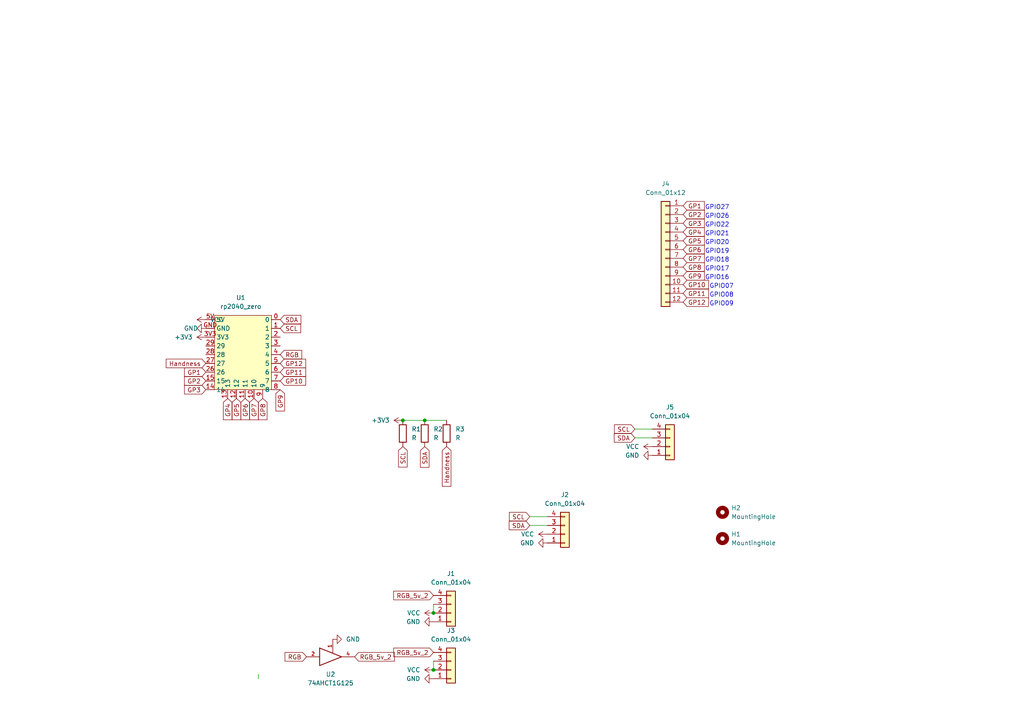
<source format=kicad_sch>
(kicad_sch (version 20211123) (generator eeschema)
  (paper "A4")
  (lib_symbols
    (symbol "74xGxx:74AHCT1G126" (pin_names (offset 1.016))
      (property "Reference" "U" (at -2.54 3.81 0))
      (property "Value" "74AHCT1G126" (at 0 -3.81 0))
      (symbol "74AHCT1G126_0_1"
        (polyline (pts (xy -3.81 2.54) (xy -3.81 -2.54) (xy 2.54 0) (xy -3.81 2.54)) (stroke (width 0.254)))
      )
      (symbol "74AHCT1G126_1_1"
        (pin input line (at 0 5.08 270) (length 3.937) (name "~") (number "1"))
        (pin input line (at -7.62 0 0) (length 3.81) (name "~") (number "2"))
        (pin power_in line (at 1.27 -1.27 270) (length 0) hide (name "GND") (number "3"))
        (pin tri_state line (at 6.35 0 180) (length 3.81) (name "~") (number "4"))
        (pin power_in line (at 1.27 1.27 90) (length 0) hide (name "VCC") (number "5"))
      )
    )
    (symbol "Connector_Generic:Conn_01x04" (pin_names (offset 1.016) hide)
      (property "Reference" "J" (at 0 5.08 0))
      (property "Value" "Conn_01x04" (at 0 -7.62 0))
      (symbol "Conn_01x04_1_1"
        (rectangle (start -1.27 -4.953) (end 0 -5.207) (stroke (width 0.1524)))
        (rectangle (start -1.27 -2.413) (end 0 -2.667) (stroke (width 0.1524)))
        (rectangle (start -1.27 0.127) (end 0 -0.127) (stroke (width 0.1524)))
        (rectangle (start -1.27 2.667) (end 0 2.413) (stroke (width 0.1524)))
        (rectangle (start -1.27 3.81) (end 1.27 -6.35) (stroke (width 0.254)) (fill (type background)))
        (pin passive line (at -5.08 2.54 0) (length 3.81) (name "Pin_1") (number "1"))
        (pin passive line (at -5.08 0 0) (length 3.81) (name "Pin_2") (number "2"))
        (pin passive line (at -5.08 -2.54 0) (length 3.81) (name "Pin_3") (number "3"))
        (pin passive line (at -5.08 -5.08 0) (length 3.81) (name "Pin_4") (number "4"))
      )
    )
    (symbol "Connector_Generic:Conn_01x12" (pin_names (offset 1.016) hide)
      (property "Reference" "J" (at 0 15.24 0))
      (property "Value" "Conn_01x12" (at 0 -17.78 0))
      (symbol "Conn_01x12_1_1"
        (rectangle (start -1.27 -15.113) (end 0 -15.367) (stroke (width 0.1524)))
        (rectangle (start -1.27 -12.573) (end 0 -12.827) (stroke (width 0.1524)))
        (rectangle (start -1.27 -10.033) (end 0 -10.287) (stroke (width 0.1524)))
        (rectangle (start -1.27 -7.493) (end 0 -7.747) (stroke (width 0.1524)))
        (rectangle (start -1.27 -4.953) (end 0 -5.207) (stroke (width 0.1524)))
        (rectangle (start -1.27 -2.413) (end 0 -2.667) (stroke (width 0.1524)))
        (rectangle (start -1.27 0.127) (end 0 -0.127) (stroke (width 0.1524)))
        (rectangle (start -1.27 2.667) (end 0 2.413) (stroke (width 0.1524)))
        (rectangle (start -1.27 5.207) (end 0 4.953) (stroke (width 0.1524)))
        (rectangle (start -1.27 7.747) (end 0 7.493) (stroke (width 0.1524)))
        (rectangle (start -1.27 10.287) (end 0 10.033) (stroke (width 0.1524)))
        (rectangle (start -1.27 12.827) (end 0 12.573) (stroke (width 0.1524)))
        (rectangle (start -1.27 13.97) (end 1.27 -16.51) (stroke (width 0.254)) (fill (type background)))
        (pin passive line (at -5.08 12.7 0) (length 3.81) (name "Pin_1") (number "1"))
        (pin passive line (at -5.08 -10.16 0) (length 3.81) (name "Pin_10") (number "10"))
        (pin passive line (at -5.08 -12.7 0) (length 3.81) (name "Pin_11") (number "11"))
        (pin passive line (at -5.08 -15.24 0) (length 3.81) (name "Pin_12") (number "12"))
        (pin passive line (at -5.08 10.16 0) (length 3.81) (name "Pin_2") (number "2"))
        (pin passive line (at -5.08 7.62 0) (length 3.81) (name "Pin_3") (number "3"))
        (pin passive line (at -5.08 5.08 0) (length 3.81) (name "Pin_4") (number "4"))
        (pin passive line (at -5.08 2.54 0) (length 3.81) (name "Pin_5") (number "5"))
        (pin passive line (at -5.08 0 0) (length 3.81) (name "Pin_6") (number "6"))
        (pin passive line (at -5.08 -2.54 0) (length 3.81) (name "Pin_7") (number "7"))
        (pin passive line (at -5.08 -5.08 0) (length 3.81) (name "Pin_8") (number "8"))
        (pin passive line (at -5.08 -7.62 0) (length 3.81) (name "Pin_9") (number "9"))
      )
    )
    (symbol "Device:R" (pin_numbers hide) (pin_names (offset 0))
      (property "Reference" "R" (at 2.032 0 90))
      (property "Value" "R" (at 0 0 90))
      (symbol "R_0_1"
        (rectangle (start -1.016 -2.54) (end 1.016 2.54) (stroke (width 0.254)))
      )
      (symbol "R_1_1"
        (pin passive line (at 0 3.81 270) (length 1.27) (name "~") (number "1"))
        (pin passive line (at 0 -3.81 90) (length 1.27) (name "~") (number "2"))
      )
    )
    (symbol "Mechanical:MountingHole" (pin_names (offset 1.016))
      (property "Reference" "H" (at 0 5.08 0))
      (property "Value" "MountingHole" (at 0 3.175 0))
      (symbol "MountingHole_0_1"
        (circle (center 0 0) (radius 1.27) (stroke (width 1.27)))
      )
    )
    (symbol "power:+3.3V" (power) (pin_names (offset 0))
      (property "Value" "+3.3V" (at 0 3.556 0))
      (symbol "+3.3V_0_1"
        (polyline (pts (xy -0.762 1.27) (xy 0 2.54)))
        (polyline (pts (xy 0 0) (xy 0 2.54)))
        (polyline (pts (xy 0 2.54) (xy 0.762 1.27)))
      )
      (symbol "+3.3V_1_1"
        (pin power_in line (at 0 0 90) (length 0) hide (name "+3V3") (number "1"))
      )
    )
    (symbol "power:GND" (power) (pin_names (offset 0))
      (property "Value" "GND" (at 0 -3.81 0))
      (symbol "GND_0_1"
        (polyline (pts (xy 0 0) (xy 0 -1.27) (xy 1.27 -1.27) (xy 0 -2.54) (xy -1.27 -1.27) (xy 0 -1.27)))
      )
      (symbol "GND_1_1"
        (pin power_in line (at 0 0 270) (length 0) hide (name "GND") (number "1"))
      )
    )
    (symbol "power:VCC" (power) (pin_names (offset 0))
      (property "Value" "VCC" (at 0 3.81 0))
      (symbol "VCC_0_1"
        (polyline (pts (xy -0.762 1.27) (xy 0 2.54)))
        (polyline (pts (xy 0 0) (xy 0 2.54)))
        (polyline (pts (xy 0 2.54) (xy 0.762 1.27)))
      )
      (symbol "VCC_1_1"
        (pin power_in line (at 0 0 90) (length 0) hide (name "VCC") (number "1"))
      )
    )
    (symbol "rp2040-zero:rp2040_zero"
      (property "Reference" "U" (at 5.08 0 0))
      (property "Value" "rp2040_zero" (at -6.35 2.54 0))
      (symbol "rp2040_zero_0_0"
        (pin unspecified line (at 5.08 0 180) (length 2.54) (name "0") (number "0"))
        (pin unspecified line (at 5.08 -2.54 180) (length 2.54) (name "1") (number "1"))
        (pin bidirectional line (at -2.54 -22.86 90) (length 2.54) (name "10") (number "10"))
        (pin bidirectional line (at -5.08 -22.86 90) (length 2.54) (name "11") (number "11"))
        (pin bidirectional line (at -7.62 -22.86 90) (length 2.54) (name "12") (number "12"))
        (pin bidirectional line (at -10.16 -22.86 90) (length 2.54) (name "13") (number "13"))
        (pin bidirectional line (at -16.51 -20.32 0) (length 2.54) (name "14") (number "14"))
        (pin bidirectional line (at -16.51 -17.78 0) (length 2.54) (name "15") (number "15"))
        (pin unspecified line (at 5.08 -5.08 180) (length 2.54) (name "2") (number "2"))
        (pin bidirectional line (at -16.51 -15.24 0) (length 2.54) (name "26") (number "26"))
        (pin bidirectional line (at -16.51 -12.7 0) (length 2.54) (name "27") (number "27"))
        (pin bidirectional line (at -16.51 -10.16 0) (length 2.54) (name "28") (number "28"))
        (pin bidirectional line (at -16.51 -7.62 0) (length 2.54) (name "29") (number "29"))
        (pin unspecified line (at 5.08 -7.62 180) (length 2.54) (name "3") (number "3"))
        (pin bidirectional line (at -16.51 -5.08 0) (length 2.54) (name "3V3") (number "3V3"))
        (pin unspecified line (at 5.08 -10.16 180) (length 2.54) (name "4") (number "4"))
        (pin unspecified line (at 5.08 -12.7 180) (length 2.54) (name "5") (number "5"))
        (pin bidirectional line (at -16.51 0 0) (length 2.54) (name "5V") (number "5V"))
        (pin unspecified line (at 5.08 -15.24 180) (length 2.54) (name "6") (number "6"))
        (pin unspecified line (at 5.08 -17.78 180) (length 2.54) (name "7") (number "7"))
        (pin unspecified line (at 5.08 -20.32 180) (length 2.54) (name "8") (number "8"))
        (pin bidirectional line (at 0 -22.86 90) (length 2.54) (name "9") (number "9"))
        (pin bidirectional line (at -16.51 -2.54 0) (length 2.54) (name "GND") (number "GND"))
      )
      (symbol "rp2040_zero_0_1"
        (rectangle (start -13.97 1.27) (end 2.54 -20.32) (fill (type background)))
      )
    )
  )
  (junction (at 116.84 121.92))
  (junction (at 123.19 121.92))
  (junction (at 125.73 177.8))
  (junction (at 125.73 194.31))
  (wire (pts (xy 74.93 196.85) (xy 74.93 195.58)))
  (wire (pts (xy 184.15 124.46) (xy 189.23 124.46)))
  (wire (pts (xy 125.73 175.26) (xy 125.73 177.8)))
  (wire (pts (xy 125.73 191.77) (xy 125.73 194.31)))
  (wire (pts (xy 153.67 149.86) (xy 158.75 149.86)))
  (wire (pts (xy 184.15 127) (xy 189.23 127)))
  (wire (pts (xy 116.84 121.92) (xy 123.19 121.92)))
  (wire (pts (xy 123.19 121.92) (xy 129.54 121.92)))
  (wire (pts (xy 153.67 152.4) (xy 158.75 152.4)))
  (text "GPIO27" (at 204.47 60.96 0) (effects (font (size 1.27 1.27)) (justify left bottom)))
  (text "GPIO08" (at 205.74 86.36 0) (effects (font (size 1.27 1.27)) (justify left bottom)))
  (text "GPIO22" (at 204.47 66.04 0) (effects (font (size 1.27 1.27)) (justify left bottom)))
  (text "GPIO18" (at 204.47 76.2 0) (effects (font (size 1.27 1.27)) (justify left bottom)))
  (text "GPIO21" (at 204.47 68.58 0) (effects (font (size 1.27 1.27)) (justify left bottom)))
  (text "GPIO20" (at 204.47 71.12 0) (effects (font (size 1.27 1.27)) (justify left bottom)))
  (text "GPIO17" (at 204.47 78.74 0) (effects (font (size 1.27 1.27)) (justify left bottom)))
  (text "GPIO16" (at 204.47 81.28 0) (effects (font (size 1.27 1.27)) (justify left bottom)))
  (text "GPIO26\n" (at 204.47 63.5 0) (effects (font (size 1.27 1.27)) (justify left bottom)))
  (text "GPIO19" (at 204.47 73.66 0) (effects (font (size 1.27 1.27)) (justify left bottom)))
  (text "GPIO07" (at 205.74 83.82 0) (effects (font (size 1.27 1.27)) (justify left bottom)))
  (text "GPIO09" (at 205.74 88.9 0) (effects (font (size 1.27 1.27)) (justify left bottom)))
  (global_label "RGB_5v_2" (shape input) (at 102.87 190.5 0) (property "Intersheet References" "${INTERSHEET_REFS}" (effects hide)))
  (global_label "SDA" (shape input) (at 81.28 92.71 0) (property "Intersheet References" "${INTERSHEET_REFS}" (effects hide)))
  (global_label "GP4" (shape input) (at 198.12 67.31 0) (property "Intersheet References" "${INTERSHEET_REFS}" (effects hide)))
  (global_label "GP10" (shape input) (at 81.28 110.49 0) (property "Intersheet References" "${INTERSHEET_REFS}" (effects hide)))
  (global_label "GP6" (shape input) (at 198.12 72.39 0) (property "Intersheet References" "${INTERSHEET_REFS}" (effects hide)))
  (global_label "GP4" (shape input) (at 66.04 115.57 270) (property "Intersheet References" "${INTERSHEET_REFS}" (effects hide)))
  (global_label "SDA" (shape input) (at 153.67 152.4 180) (property "Intersheet References" "${INTERSHEET_REFS}" (effects hide)))
  (global_label "GP9" (shape input) (at 81.28 113.03 270) (property "Intersheet References" "${INTERSHEET_REFS}" (effects hide)))
  (global_label "Handness" (shape input) (at 129.54 129.54 270) (property "Intersheet References" "${INTERSHEET_REFS}" (effects hide)))
  (global_label "RGB" (shape input) (at 81.28 102.87 0) (property "Intersheet References" "${INTERSHEET_REFS}" (effects hide)))
  (global_label "GP11" (shape input) (at 81.28 107.95 0) (property "Intersheet References" "${INTERSHEET_REFS}" (effects hide)))
  (global_label "GP11" (shape input) (at 198.12 85.09 0) (property "Intersheet References" "${INTERSHEET_REFS}" (effects hide)))
  (global_label "SDA" (shape input) (at 184.15 127 180) (property "Intersheet References" "${INTERSHEET_REFS}" (effects hide)))
  (global_label "RGB_5v_2" (shape input) (at 125.73 189.23 180) (property "Intersheet References" "${INTERSHEET_REFS}" (effects hide)))
  (global_label "GP3" (shape input) (at 198.12 64.77 0) (property "Intersheet References" "${INTERSHEET_REFS}" (effects hide)))
  (global_label "SCL" (shape input) (at 153.67 149.86 180) (property "Intersheet References" "${INTERSHEET_REFS}" (effects hide)))
  (global_label "GP12" (shape input) (at 81.28 105.41 0) (property "Intersheet References" "${INTERSHEET_REFS}" (effects hide)))
  (global_label "RGB_5v_2" (shape input) (at 125.73 172.72 180) (property "Intersheet References" "${INTERSHEET_REFS}" (effects hide)))
  (global_label "SDA" (shape input) (at 123.19 129.54 270) (property "Intersheet References" "${INTERSHEET_REFS}" (effects hide)))
  (global_label "GP1" (shape input) (at 198.12 59.69 0) (property "Intersheet References" "${INTERSHEET_REFS}" (effects hide)))
  (global_label "GP5" (shape input) (at 68.58 115.57 270) (property "Intersheet References" "${INTERSHEET_REFS}" (effects hide)))
  (global_label "GP12" (shape input) (at 198.12 87.63 0) (property "Intersheet References" "${INTERSHEET_REFS}" (effects hide)))
  (global_label "GP3" (shape input) (at 59.69 113.03 180) (property "Intersheet References" "${INTERSHEET_REFS}" (effects hide)))
  (global_label "Handness" (shape input) (at 59.69 105.41 180) (property "Intersheet References" "${INTERSHEET_REFS}" (effects hide)))
  (global_label "GP7" (shape input) (at 198.12 74.93 0) (property "Intersheet References" "${INTERSHEET_REFS}" (effects hide)))
  (global_label "GP8" (shape input) (at 76.2 115.57 270) (property "Intersheet References" "${INTERSHEET_REFS}" (effects hide)))
  (global_label "GP9" (shape input) (at 198.12 80.01 0) (property "Intersheet References" "${INTERSHEET_REFS}" (effects hide)))
  (global_label "RGB" (shape input) (at 88.9 190.5 180) (property "Intersheet References" "${INTERSHEET_REFS}" (effects hide)))
  (global_label "GP2" (shape input) (at 59.69 110.49 180) (property "Intersheet References" "${INTERSHEET_REFS}" (effects hide)))
  (global_label "GP8" (shape input) (at 198.12 77.47 0) (property "Intersheet References" "${INTERSHEET_REFS}" (effects hide)))
  (global_label "GP10" (shape input) (at 198.12 82.55 0) (property "Intersheet References" "${INTERSHEET_REFS}" (effects hide)))
  (global_label "SCL" (shape input) (at 81.28 95.25 0) (property "Intersheet References" "${INTERSHEET_REFS}" (effects hide)))
  (global_label "SCL" (shape input) (at 116.84 129.54 270) (property "Intersheet References" "${INTERSHEET_REFS}" (effects hide)))
  (global_label "GP2" (shape input) (at 198.12 62.23 0) (property "Intersheet References" "${INTERSHEET_REFS}" (effects hide)))
  (global_label "GP5" (shape input) (at 198.12 69.85 0) (property "Intersheet References" "${INTERSHEET_REFS}" (effects hide)))
  (global_label "SCL" (shape input) (at 184.15 124.46 180) (property "Intersheet References" "${INTERSHEET_REFS}" (effects hide)))
  (global_label "GP6" (shape input) (at 71.12 115.57 270) (property "Intersheet References" "${INTERSHEET_REFS}" (effects hide)))
  (global_label "GP7" (shape input) (at 73.66 115.57 270) (property "Intersheet References" "${INTERSHEET_REFS}" (effects hide)))
  (global_label "GP1" (shape input) (at 59.69 107.95 180) (property "Intersheet References" "${INTERSHEET_REFS}" (effects hide)))
  (symbol (lib_id "rp2040-zero:rp2040_zero") (at 76.2 92.71 0) (unit 1)
    (property "Reference" "U1" (at 69.85 86.36 0))
    (property "Value" "rp2040_zero" (at 69.85 88.9 0))
    (property "Footprint" "ergodash_controller:RPi_Pico_C" (effects hide))
  )
  (symbol (lib_id "Connector_Generic:Conn_01x04") (at 130.81 177.8 0) (mirror x) (unit 1)
    (property "Reference" "J1" (at 130.81 166.37 0))
    (property "Value" "Conn_01x04" (at 130.81 168.91 0))
    (property "Footprint" "Connector_JST:JST_SH_SM04B-SRSS-TB_1x04-1MP_P1.00mm_Horizontal" (effects hide))
  )
  (symbol (lib_id "Connector_Generic:Conn_01x12") (at 193.04 72.39 0) (mirror y) (unit 1)
    (property "Reference" "J4" (at 193.04 53.34 0))
    (property "Value" "Conn_01x12" (at 193.04 55.88 0))
    (property "Footprint" "Connector_FFC-FPC:Molex_200528-0120_1x12-1MP_P1.00mm_Horizontal" (effects hide))
  )
  (symbol (lib_id "Connector_Generic:Conn_01x04") (at 194.31 129.54 0) (mirror x) (unit 1)
    (property "Reference" "J5" (at 194.31 118.11 0))
    (property "Value" "Conn_01x04" (at 194.31 120.65 0))
    (property "Footprint" "Connector_JST:JST_SH_SM04B-SRSS-TB_1x04-1MP_P1.00mm_Horizontal" (effects hide))
  )
  (symbol (lib_id "power:GND") (at 125.73 180.34 270) (unit 1)
    (property "Reference" "#PWR0112" (effects hide))
    (property "Value" "GND" (at 121.92 180.3399 90) (effects (justify right)))
  )
  (symbol (lib_id "power:GND") (at 189.23 132.08 270) (unit 1)
    (property "Reference" "#PWR0109" (effects hide))
    (property "Value" "GND" (at 185.42 132.0799 90) (effects (justify right)))
  )
  (symbol (lib_id "Device:R") (at 129.54 125.73 0) (unit 1)
    (property "Reference" "R3" (at 132.08 124.4599 0) (effects (justify left)))
    (property "Value" "R" (at 132.08 126.9999 0) (effects (justify left)))
    (property "Footprint" "Resistor_SMD:R_1206_3216Metric_Pad1.30x1.75mm_HandSolder" (effects hide))
  )
  (symbol (lib_id "power:GND") (at 125.73 196.85 270) (unit 1)
    (property "Reference" "#PWR0106" (effects hide))
    (property "Value" "GND" (at 121.92 196.8499 90) (effects (justify right)))
  )
  (symbol (lib_id "power:+3.3V") (at 116.84 121.92 90) (unit 1)
    (property "Reference" "#PWR0113" (effects hide))
    (property "Value" "+3.3V" (at 113.03 121.9199 90) (effects (justify left)))
  )
  (symbol (lib_id "power:GND") (at 96.52 185.42 90) (unit 1)
    (property "Reference" "#PWR0111" (effects hide))
    (property "Value" "GND" (at 100.33 185.4199 90) (effects (justify right)))
  )
  (symbol (lib_id "power:VCC") (at 125.73 177.8 90) (unit 1)
    (property "Reference" "#PWR0103" (effects hide))
    (property "Value" "VCC" (at 121.92 177.7999 90) (effects (justify left)))
  )
  (symbol (lib_id "Connector_Generic:Conn_01x04") (at 130.81 194.31 0) (mirror x) (unit 1)
    (property "Reference" "J3" (at 130.81 182.88 0))
    (property "Value" "Conn_01x04" (at 130.81 185.42 0))
    (property "Footprint" "Connector_JST:JST_SH_SM04B-SRSS-TB_1x04-1MP_P1.00mm_Horizontal" (effects hide))
  )
  (symbol (lib_id "Device:R") (at 116.84 125.73 0) (unit 1)
    (property "Reference" "R1" (at 119.38 124.4599 0) (effects (justify left)))
    (property "Value" "R" (at 119.38 126.9999 0) (effects (justify left)))
    (property "Footprint" "Resistor_SMD:R_1206_3216Metric_Pad1.30x1.75mm_HandSolder" (effects hide))
  )
  (symbol (lib_id "power:VCC") (at 158.75 154.94 90) (unit 1)
    (property "Reference" "#PWR0101" (effects hide))
    (property "Value" "VCC" (at 154.94 154.9399 90) (effects (justify left)))
  )
  (symbol (lib_id "Mechanical:MountingHole") (at 209.55 156.21 0) (unit 1)
    (property "Reference" "H1" (at 212.09 154.9399 0) (effects (justify left)))
    (property "Value" "MountingHole" (at 212.09 157.4799 0) (effects (justify left)))
    (property "Footprint" "MountingHole:MountingHole_2.1mm" (effects hide))
  )
  (symbol (lib_id "power:VCC") (at 125.73 194.31 90) (unit 1)
    (property "Reference" "#PWR0108" (effects hide))
    (property "Value" "VCC" (at 121.92 194.3099 90) (effects (justify left)))
  )
  (symbol (lib_id "Mechanical:MountingHole") (at 209.55 148.59 0) (unit 1)
    (property "Reference" "H2" (at 212.09 147.3199 0) (effects (justify left)))
    (property "Value" "MountingHole" (at 212.09 149.8599 0) (effects (justify left)))
    (property "Footprint" "MountingHole:MountingHole_2.1mm" (effects hide))
  )
  (symbol (lib_id "power:+3.3V") (at 59.69 97.79 90) (unit 1)
    (property "Reference" "#PWR0110" (effects hide))
    (property "Value" "+3.3V" (at 55.88 97.7899 90) (effects (justify left)))
  )
  (symbol (lib_id "power:VCC") (at 189.23 129.54 90) (unit 1)
    (property "Reference" "#PWR0105" (effects hide))
    (property "Value" "VCC" (at 185.42 129.5399 90) (effects (justify left)))
  )
  (symbol (lib_id "power:VCC") (at 59.69 92.71 90) (unit 1)
    (property "Reference" "#PWR0104" (effects hide))
    (property "Value" "VCC" (at 60.96 92.7099 90) (effects (justify right)))
  )
  (symbol (lib_id "Device:R") (at 123.19 125.73 0) (unit 1)
    (property "Reference" "R2" (at 125.73 124.4599 0) (effects (justify left)))
    (property "Value" "R" (at 125.73 126.9999 0) (effects (justify left)))
    (property "Footprint" "Resistor_SMD:R_1206_3216Metric_Pad1.30x1.75mm_HandSolder" (effects hide))
  )
  (symbol (lib_id "Connector_Generic:Conn_01x04") (at 163.83 154.94 0) (mirror x) (unit 1)
    (property "Reference" "J2" (at 163.83 143.51 0))
    (property "Value" "Conn_01x04" (at 163.83 146.05 0))
    (property "Footprint" "Connector_JST:JST_SH_SM04B-SRSS-TB_1x04-1MP_P1.00mm_Horizontal" (effects hide))
  )
  (symbol (lib_id "power:GND") (at 59.69 95.25 270) (unit 1)
    (property "Reference" "#PWR0107" (effects hide))
    (property "Value" "GND" (at 53.34 95.25 90) (effects (justify left)))
  )
  (symbol (lib_id "power:GND") (at 158.75 157.48 270) (unit 1)
    (property "Reference" "#PWR0102" (effects hide))
    (property "Value" "GND" (at 154.94 157.4799 90) (effects (justify right)))
  )
  (symbol (lib_id "74xGxx:74AHCT1G126") (at 96.52 190.5 0) (unit 1)
    (property "Reference" "U2" (at 95.885 195.58 0))
    (property "Value" "74AHCT1G125" (at 95.885 198.12 0))
    (property "Footprint" "Package_TO_SOT_SMD:SOT-23-5_HandSoldering" (effects hide))
    (property "Datasheet" "http://www.ti.com/lit/sg/scyt129e/scyt129e.pdf" (effects hide))
  )
)
</source>
